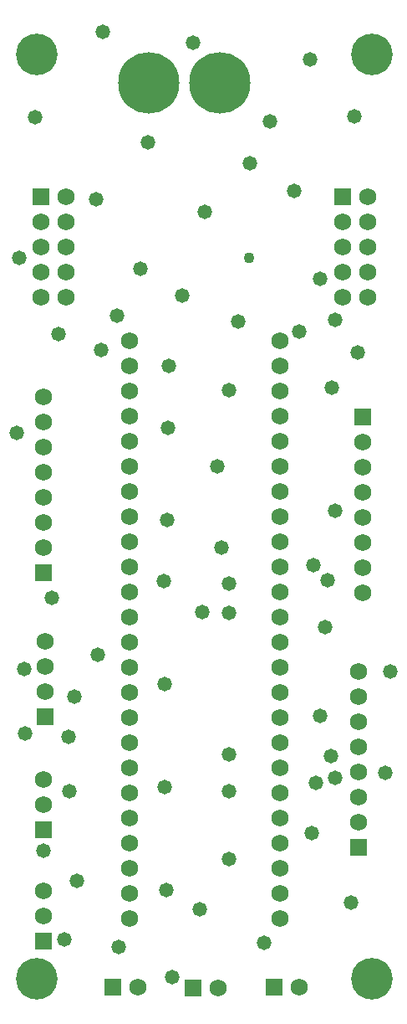
<source format=gbs>
G04*
G04 #@! TF.GenerationSoftware,Altium Limited,Altium Designer,19.1.8 (144)*
G04*
G04 Layer_Color=16711935*
%FSLAX25Y25*%
%MOIN*%
G70*
G01*
G75*
%ADD23R,0.06800X0.06800*%
%ADD24C,0.06800*%
%ADD25R,0.06800X0.06800*%
%ADD26C,0.24422*%
%ADD27C,0.16548*%
%ADD28C,0.05800*%
%ADD29C,0.04343*%
D23*
X143996Y68012D02*
D03*
X18504Y30689D02*
D03*
Y74980D02*
D03*
X18996Y120020D02*
D03*
X145866Y239409D02*
D03*
X137638Y327087D02*
D03*
X18504Y177480D02*
D03*
X17559Y327244D02*
D03*
D24*
X143996Y78012D02*
D03*
Y88012D02*
D03*
Y98012D02*
D03*
Y108012D02*
D03*
Y118012D02*
D03*
Y128012D02*
D03*
Y138012D02*
D03*
X120276Y12402D02*
D03*
X88150Y12205D02*
D03*
X55965Y12402D02*
D03*
X18504Y40689D02*
D03*
Y50689D02*
D03*
Y84980D02*
D03*
Y94980D02*
D03*
X18996Y150020D02*
D03*
Y140020D02*
D03*
Y130020D02*
D03*
X112894Y109744D02*
D03*
Y119744D02*
D03*
Y129744D02*
D03*
Y269744D02*
D03*
Y259744D02*
D03*
Y249744D02*
D03*
X52894Y129744D02*
D03*
X112894Y99744D02*
D03*
Y89744D02*
D03*
Y79744D02*
D03*
Y69744D02*
D03*
Y59744D02*
D03*
Y49744D02*
D03*
Y39744D02*
D03*
X52894D02*
D03*
Y49744D02*
D03*
Y59744D02*
D03*
Y69744D02*
D03*
Y79744D02*
D03*
Y89744D02*
D03*
Y99744D02*
D03*
Y109744D02*
D03*
Y119744D02*
D03*
X112894Y239744D02*
D03*
Y229744D02*
D03*
Y219744D02*
D03*
Y209744D02*
D03*
Y199744D02*
D03*
Y189744D02*
D03*
Y179744D02*
D03*
Y169744D02*
D03*
Y159744D02*
D03*
Y149744D02*
D03*
Y139744D02*
D03*
X52894D02*
D03*
Y149744D02*
D03*
Y159744D02*
D03*
Y169744D02*
D03*
Y179744D02*
D03*
Y189744D02*
D03*
Y199744D02*
D03*
Y209744D02*
D03*
Y219744D02*
D03*
Y229744D02*
D03*
Y239744D02*
D03*
Y249744D02*
D03*
Y259744D02*
D03*
Y269744D02*
D03*
X145866Y169409D02*
D03*
Y179409D02*
D03*
Y189409D02*
D03*
Y199409D02*
D03*
Y209409D02*
D03*
Y219409D02*
D03*
Y229410D02*
D03*
X147638Y327087D02*
D03*
Y317087D02*
D03*
X137638D02*
D03*
Y307087D02*
D03*
Y297087D02*
D03*
Y287087D02*
D03*
X147638Y307087D02*
D03*
Y297087D02*
D03*
Y287087D02*
D03*
X18504Y247480D02*
D03*
Y237480D02*
D03*
Y227480D02*
D03*
Y217480D02*
D03*
Y207480D02*
D03*
Y197480D02*
D03*
Y187480D02*
D03*
X27559Y327244D02*
D03*
Y317244D02*
D03*
X17559D02*
D03*
Y307244D02*
D03*
Y297244D02*
D03*
Y287244D02*
D03*
X27559Y307244D02*
D03*
Y297244D02*
D03*
Y287244D02*
D03*
D25*
X110276Y12402D02*
D03*
X78150Y12205D02*
D03*
X45965Y12402D02*
D03*
D26*
X60347Y372500D02*
D03*
X88693D02*
D03*
D27*
X149606Y383858D02*
D03*
X15748D02*
D03*
Y15748D02*
D03*
X149606D02*
D03*
D28*
X68504Y259842D02*
D03*
X68110Y235039D02*
D03*
X87795Y219685D02*
D03*
X67716Y198425D02*
D03*
X89370Y187402D02*
D03*
X8661Y302756D02*
D03*
X57087Y298425D02*
D03*
X41339Y266142D02*
D03*
X47638Y279921D02*
D03*
X24409Y272441D02*
D03*
X7874Y233071D02*
D03*
X21654Y167323D02*
D03*
X40157Y144882D02*
D03*
X30709Y127953D02*
D03*
X28740Y90551D02*
D03*
X10630Y138976D02*
D03*
X11024Y113386D02*
D03*
X26772Y31496D02*
D03*
X18504Y66929D02*
D03*
X31890Y54724D02*
D03*
X81890Y161811D02*
D03*
X66929Y133071D02*
D03*
Y92126D02*
D03*
X67323Y51181D02*
D03*
X92520Y63386D02*
D03*
X48425Y28346D02*
D03*
X69685Y16535D02*
D03*
X106559Y30055D02*
D03*
X140945Y46063D02*
D03*
X125591Y73622D02*
D03*
X134646Y95669D02*
D03*
X154724Y97638D02*
D03*
X156693Y138189D02*
D03*
X128740Y120472D02*
D03*
X130709Y155905D02*
D03*
X134646Y201969D02*
D03*
X133465Y251181D02*
D03*
X143701Y264961D02*
D03*
X134646Y277953D02*
D03*
X128740Y294488D02*
D03*
X142520Y359055D02*
D03*
X108661Y357087D02*
D03*
X77953Y388583D02*
D03*
X124803Y381890D02*
D03*
X42126Y392913D02*
D03*
X14961Y358661D02*
D03*
X39370Y325984D02*
D03*
X96063Y277559D02*
D03*
X118504Y329528D02*
D03*
X82677Y321260D02*
D03*
X73622Y287795D02*
D03*
X60236Y348819D02*
D03*
X80709Y43307D02*
D03*
X92520Y250000D02*
D03*
X28605Y112205D02*
D03*
X92520Y90551D02*
D03*
Y173228D02*
D03*
X120423Y273465D02*
D03*
X100689Y340551D02*
D03*
X66437Y174213D02*
D03*
X92323Y161417D02*
D03*
X92421Y105217D02*
D03*
X126083Y180512D02*
D03*
X131890Y174508D02*
D03*
X126969Y93602D02*
D03*
X132972Y104429D02*
D03*
D29*
X100394Y302756D02*
D03*
M02*

</source>
